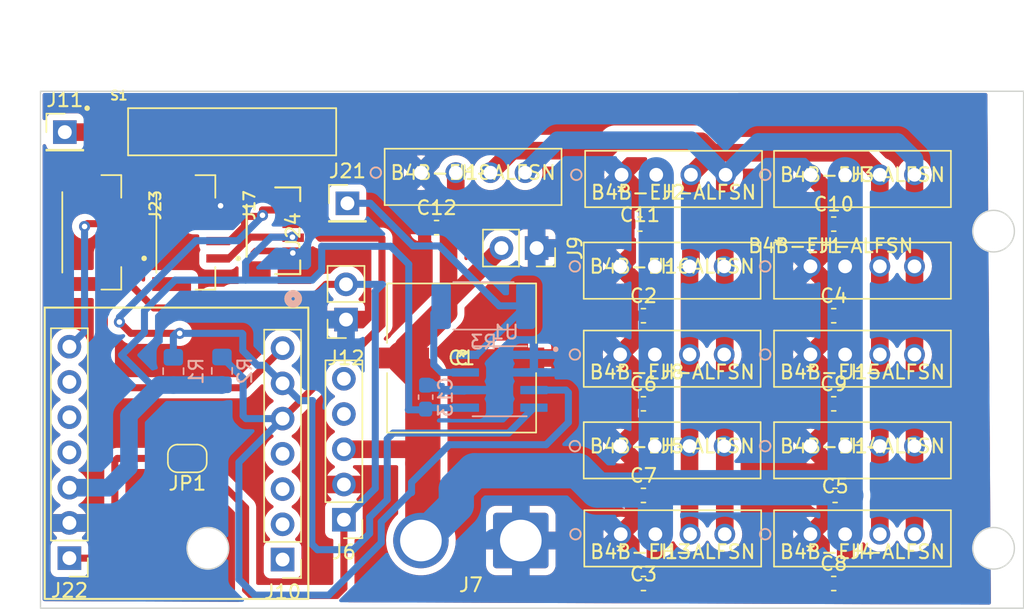
<source format=kicad_pcb>
(kicad_pcb
	(version 20240108)
	(generator "pcbnew")
	(generator_version "8.0")
	(general
		(thickness 1.6)
		(legacy_teardrops no)
	)
	(paper "A4")
	(layers
		(0 "F.Cu" signal)
		(31 "B.Cu" signal)
		(32 "B.Adhes" user "B.Adhesive")
		(33 "F.Adhes" user "F.Adhesive")
		(34 "B.Paste" user)
		(35 "F.Paste" user)
		(36 "B.SilkS" user "B.Silkscreen")
		(37 "F.SilkS" user "F.Silkscreen")
		(38 "B.Mask" user)
		(39 "F.Mask" user)
		(40 "Dwgs.User" user "User.Drawings")
		(41 "Cmts.User" user "User.Comments")
		(42 "Eco1.User" user "User.Eco1")
		(43 "Eco2.User" user "User.Eco2")
		(44 "Edge.Cuts" user)
		(45 "Margin" user)
		(46 "B.CrtYd" user "B.Courtyard")
		(47 "F.CrtYd" user "F.Courtyard")
		(48 "B.Fab" user)
		(49 "F.Fab" user)
		(50 "User.1" user)
		(51 "User.2" user)
		(52 "User.3" user)
		(53 "User.4" user)
		(54 "User.5" user)
		(55 "User.6" user)
		(56 "User.7" user)
		(57 "User.8" user)
		(58 "User.9" user)
	)
	(setup
		(stackup
			(layer "F.SilkS"
				(type "Top Silk Screen")
			)
			(layer "F.Paste"
				(type "Top Solder Paste")
			)
			(layer "F.Mask"
				(type "Top Solder Mask")
				(thickness 0.01)
			)
			(layer "F.Cu"
				(type "copper")
				(thickness 0.035)
			)
			(layer "dielectric 1"
				(type "core")
				(thickness 1.51)
				(material "FR4")
				(epsilon_r 4.5)
				(loss_tangent 0.02)
			)
			(layer "B.Cu"
				(type "copper")
				(thickness 0.035)
			)
			(layer "B.Mask"
				(type "Bottom Solder Mask")
				(thickness 0.01)
			)
			(layer "B.Paste"
				(type "Bottom Solder Paste")
			)
			(layer "B.SilkS"
				(type "Bottom Silk Screen")
			)
			(copper_finish "None")
			(dielectric_constraints no)
		)
		(pad_to_mask_clearance 0)
		(allow_soldermask_bridges_in_footprints no)
		(pcbplotparams
			(layerselection 0x00010fc_ffffffff)
			(plot_on_all_layers_selection 0x0000000_00000000)
			(disableapertmacros no)
			(usegerberextensions no)
			(usegerberattributes yes)
			(usegerberadvancedattributes yes)
			(creategerberjobfile yes)
			(dashed_line_dash_ratio 12.000000)
			(dashed_line_gap_ratio 3.000000)
			(svgprecision 6)
			(plotframeref no)
			(viasonmask no)
			(mode 1)
			(useauxorigin no)
			(hpglpennumber 1)
			(hpglpenspeed 20)
			(hpglpendiameter 15.000000)
			(pdf_front_fp_property_popups yes)
			(pdf_back_fp_property_popups yes)
			(dxfpolygonmode yes)
			(dxfimperialunits yes)
			(dxfusepcbnewfont yes)
			(psnegative no)
			(psa4output no)
			(plotreference yes)
			(plotvalue yes)
			(plotfptext yes)
			(plotinvisibletext no)
			(sketchpadsonfab no)
			(subtractmaskfromsilk no)
			(outputformat 1)
			(mirror no)
			(drillshape 1)
			(scaleselection 1)
			(outputdirectory "")
		)
	)
	(net 0 "")
	(net 1 "GND")
	(net 2 "+12V")
	(net 3 "+5V")
	(net 4 "unconnected-(J6-Pin_4-Pad4)")
	(net 5 "unconnected-(J6-Pin_5-Pad5)")
	(net 6 "Net-(J1-Pad3)")
	(net 7 "Net-(J1-Pad4)")
	(net 8 "+3.3V")
	(net 9 "unconnected-(J10-Pin_1-Pad1)")
	(net 10 "unconnected-(J10-Pin_2-Pad2)")
	(net 11 "unconnected-(J10-Pin_3-Pad3)")
	(net 12 "unconnected-(J10-Pin_4-Pad4)")
	(net 13 "/SDA")
	(net 14 "/SCL")
	(net 15 "/Tx")
	(net 16 "Net-(J11-Pin_1)")
	(net 17 "Net-(J17-SHIELD-PadS1)")
	(net 18 "/+Batt")
	(net 19 "Net-(J22-Pin_1)")
	(net 20 "unconnected-(J22-Pin_4-Pad4)")
	(net 21 "unconnected-(J22-Pin_5-Pad5)")
	(net 22 "unconnected-(J22-Pin_6-Pad6)")
	(net 23 "/Rx")
	(net 24 "Net-(J23-SHIELD-PadS1)")
	(net 25 "Net-(U1-VIN-)")
	(footprint "Connector_PinHeader_2.54mm:PinHeader_1x07_P2.54mm_Vertical" (layer "F.Cu") (at 121.0818 113.2332 180))
	(footprint "footprints:B4B-EH-ALFSN" (layer "F.Cu") (at 160.822 111.506))
	(footprint "footprints:B4B-EH-ALFSN" (layer "F.Cu") (at 160.782 92.202))
	(footprint "Capacitor_SMD:C_0603_1608Metric_Pad1.08x0.95mm_HandSolder" (layer "F.Cu") (at 176.1755 95.758))
	(footprint "Connector_PinHeader_2.54mm:PinHeader_1x07_P2.54mm_Vertical" (layer "F.Cu") (at 136.4488 113.3348 180))
	(footprint "footprints:B4B-EH-ALFSN" (layer "F.Cu") (at 174.498 111.506))
	(footprint "Connector_PinHeader_2.54mm:PinHeader_1x01_P2.54mm_Vertical" (layer "F.Cu") (at 141.1224 87.6554))
	(footprint "footprints:CONN_BM04B-SRSS-TB_SPK" (layer "F.Cu") (at 135.7892 89.6352 90))
	(footprint "Connector_PinSocket_2.54mm:PinSocket_1x02_P2.54mm_Vertical" (layer "F.Cu") (at 154.7622 90.8812 -90))
	(footprint "Capacitor_SMD:C_0603_1608Metric_Pad1.08x0.95mm_HandSolder" (layer "F.Cu") (at 162.4595 102.108))
	(footprint "Connector_PinHeader_2.54mm:PinHeader_1x05_P2.54mm_Vertical" (layer "F.Cu") (at 140.8684 110.4646 180))
	(footprint "Capacitor_SMD:C_0603_1608Metric_Pad1.08x0.95mm_HandSolder" (layer "F.Cu") (at 176.1755 115.062))
	(footprint "Capacitor_SMD:C_0603_1608Metric_Pad1.08x0.95mm_HandSolder" (layer "F.Cu") (at 176.276 108.712))
	(footprint "Jumper:SolderJumper-2_P1.3mm_Open_RoundedPad1.0x1.5mm" (layer "F.Cu") (at 129.5804 106.045 180))
	(footprint "Capacitor_SMD:C_0603_1608Metric_Pad1.08x0.95mm_HandSolder" (layer "F.Cu") (at 147.5486 89.408))
	(footprint "Capacitor_SMD:C_0603_1608Metric_Pad1.08x0.95mm_HandSolder" (layer "F.Cu") (at 162.4595 95.758))
	(footprint "footprints:B4B-EH-ALFSN" (layer "F.Cu") (at 174.498 92.202))
	(footprint "footprints:B4B-EH-ALFSN" (layer "F.Cu") (at 160.782 105.156))
	(footprint "BM04B-GHS-TBT_LF__SN__N_:JST_BM04B-GHS-TBT(LF)(SN)(N)" (layer "F.Cu") (at 121.6688 89.7482 -90))
	(footprint "Capacitor_SMD:C_0603_1608Metric_Pad1.08x0.95mm_HandSolder" (layer "F.Cu") (at 162.4595 115.062))
	(footprint "footprints:B4B-EH-ALFSN" (layer "F.Cu") (at 174.498 98.552))
	(footprint "Connector_PinHeader_2.54mm:PinHeader_1x01_P2.54mm_Vertical" (layer "F.Cu") (at 120.7516 82.5246))
	(footprint "50THV100M10X10-5:50THV100M10X10.5" (layer "F.Cu") (at 149.352 98.806 180))
	(footprint "footprints:B4B-EH-ALFSN"
		(layer "F.Cu")
		(uuid "a25ff7e4-4a5a-4458-b989-4bbfa2f15149")
		(at 160.782 98.552)
		(property "Reference" "J8"
			(at 3.75 1.27 0)
			(layer "F.SilkS")
			(uuid "dccca832-9a29-45ad-ae6e-c77cfc7e6618")
			(effects
				(font
					(size 1 1)
					(thickness 0.15)
				)
			)
		)
		(property "Value" "B4B-EH-ALFSN"
			(at 3.75 1.27 0)
			(layer "F.SilkS")
			(uuid "d315e5a6-798a-4fb7-b0e0-ac3cf147df74")
			(effects
				(font
					(size 1 1)
					(thickness 0.15)
				)
			)
		)
		(property "Footprint" "footprints:B4B-EH-ALFSN"
			(at 0 0 0)
			(layer "F.Fab")
			(hide yes)
			(uuid "ab1f9e1a-4f07-4dae-98d1-eaead415481c")
			(effects
				(font
					(size 1.27 1.27)
					(thickness 0.15)
				)
			)
		)
		(property "Datasheet" ""
			(at 0 0 0)
			(layer "F.Fab")
			(hide yes)
			(uuid "033bf58e-2b90-487e-a500-cfba351b45e3")
			(effects
				(font
					(size 1.27 1.27)
					(thickness 0.15)
				)
			)
		)
		(property "Description" ""
			(at 0 0 0)
			(layer "F.Fab")
			(hide yes)
			(uuid "326a4a46-7cac-4f93-9c28-9c87e0e5c862")
			(effects
				(font
					(size 1.27 1.27)
					(thickness 0.15)
				)
			)
		)
		(property ki_fp_filters "CONN_B4B-EH-A_JST")
		(path "/12829628-6e0b-401b-bfbb-a6e0571b0c42")
		(sheetname "Root")
		(sheetfile "turtle_board.kicad_sch")
		(attr through_hole)
		(fp_circle
			(center -3.2604 0)
			(end -2.8794 0)
			(stroke
				(width 0.12)
				(type solid)
			)
			(fill none)
			(layer "B.SilkS")
			(uuid "27a32b00-9a9c-4f2e-a7d0-b9c8b5dc34e9")
		)
		(fp_line
			(start -2.6254 -1.727)
			(end -2.6254 2.337)
			(stroke
				(width 0.12)
				(type solid)
			)
			(layer "F.SilkS")
			(uuid "71f29002-258f-490b-a602-f5d82e86dc17")
		)
		(fp_line
			(start -2.6254 2.337)
			(end 10.1254 2.337)
			(stroke
				(width 0.12)
				(type solid)
			)
			(layer "F.SilkS")
			(uuid "2718c766-208b-458b-8a4a-f52ebccf00d7")
		)
		(fp_line
			(start 10.1254 -1.727)
			(end -2.6254 -1.727)
			(stroke
				(width 0.12)
				(type solid)
			)
			(layer "F.SilkS")
			(uuid "74d8dbd1-2870-46f6-bcd6-a69001cba5f3")
		)
		(fp_line
			(start 10.1254 2.337)
			(end 10.1254 -1.727)
			(stroke
				(width 0.12)
				(type solid)
			)
			(layer "F.SilkS")
			(uuid "2d4a5521-d0b1-43e8-8e33-720699ed1ce3")
		)
		(fp_circle
			(center -3.2604 0)
			(end -2.8794 0)
			(stroke
				(width 0.12)
				(type solid)
			)
			(fill none)
			(layer "F.SilkS")
			(uuid "4ce90f65-5d3e-433f-92e2-aa738bd8de24")
		)
		(fp_line
			(start -11.7694 -1.854)
			(end -11.5154 -1.854)
			(stroke
				(width 0.1)
				(type solid)
			)
			(layer "Cmts.User")
			(uuid "a87b6aca-5358-455c-b86e-4a22ec5dc69d")
		)
		(fp_line
			(start -11.7694 0.254)
			(end -11.5154 0.254)
			(stroke
				(width 0.1)
				(type solid)
			)
			(layer "Cmts.User")
			(uuid "740d841b-4195-440c-bb04-287d6e3b65bd")
		)
		(fp_line
			(start -11.6424 -1.6)
			(end -11.7694 -1.854)
			(stroke
				(width 0.1)
				(type solid)
			)
			(layer "Cmts.User")
			(uuid "5f2f89c3-1961-44e0-96bb-9a5713895f98")
		)
		(fp_line
			(start -11.6424 -1.6)
			(end -11.6424 -2.87)
			(stroke
				(width 0.1)
				(type solid)
			)
			(layer "Cmts.User")
			(uuid "4b5619ca-9a6b-46f1-908f-f63033282624")
		)
		(fp_line
			(start -11.6424 -1.6)
			(end -11.5154 -1.854)
			(stroke
				(width 0.1)
				(type solid)
			)
			(layer "Cmts.User")
			(uuid "3bbe4800-043d-4102-b2cf-4f5f15236ece")
		)
		(fp_line
			(start -11.6424 0)
			(end -11.7694 0.254)
			(stroke
				(width 0.1)
				(type solid)
			)
			(layer "Cmts.User")
			(uuid "662ffa32-7d1f-44c1-b311-03186c44c26f")
		)
		(fp_line
			(start -11.6424 0)
			(end -11.6424 1.27)
			(stroke
				(width 0.1)
				(type solid)
			)
			(layer "Cmts.User")
			(uuid "abfddc7c-c600-4817-bbcd-3116f607de60")
		)
		(fp_line
			(start -11.6424 0)
			(end -11.5154 0.254)
			(stroke
				(width 0.1)
				(type solid)
			)
			(layer "Cmts.User")
			(uuid "d4e74b2f-caaf-499a-8002-14f7083842c5")
		)
		(fp_line
			(start -10.4994 -1.346)
			(end -10.2454 -1.346)
			(stroke
				(width 0.1)
				(type solid)
			)
			(layer "Cmts.User")
			(uuid "938f1d1c-f70b-46c3-955a-a423cc6eca44")
		)
		(fp_line
			(start -10.4994 1.956)
			(end -10.2454 1.956)
			(stroke
				(width 0.1)
				(type solid)
			)
			(layer "Cmts.User")
			(uuid "796c437c-a7f1-4fff-b6b2-0908826bb759")
		)
		(fp_line
			(start -10.3724 -1.6)
			(end -10.4994 -1.346)
			(stroke
				(width 0.1)
				(type solid)
			)
			(layer "Cmts.User")
			(uuid "cbae6d7d-c2fb-49eb-b724-e0f4efa37d1f")
		)
		(fp_line
			(start -10.3724 -1.6)
			(end -10.3724 2.21)
			(stroke
				(width 0.1)
				(type solid)
			)
			(layer "Cmts.User")
			(uuid "9f8ae43a-83a1-40da-bffb-0558ace54ad7")
		)
		(fp_line
			(start -10.3724 -1.6)
			(end -10.2454 -1.346)
			(stroke
				(width 0.1)
				(type solid)
			)
			(layer "Cmts.User")
			(uuid "5805f9d1-75bf-4c2b-887d-d4373386114e")
		)
		(fp_line
			(start -10.3724 2.21)
			(end -10.4994 1.956)
			(stroke
				(width 0.1)
				(type solid)
			)
			(layer "Cmts.User")
			(uuid "a2699fec-944b-471b-9650-31e08491a0d1")
		)
		(fp_line
			(start -10.3724 2.21)
			(end -10.2454 1.956)
			(stroke
				(width 0.1)
				(type solid)
			)
			(layer "Cmts.User")
			(uuid "af44a223-afdd-43c9-8729-2d4c53a75e6a")
		)
		(fp_line
			(start -2.4984 -12.014)
			(end -2.2444 -12.141)
			(stroke
				(width 0.1)
				(type solid)
			)
			(layer "Cmts.User")
			(uuid "89eb40f0-2577-49fa-9557-db67a7796414")
		)
		(fp_line
			(start -2.4984 -12.014)
			(end -2.2444 -11.887)
			(stroke
				(width 0.1)
				(type solid)
			)
			(layer "Cmts.User")
			(uuid "492e6347-5195-4709-9662-10f38d604b53")
		)
		(fp_line
			(start -2.4984 -12.014)
			(end 9.9984 -12.014)
			(stroke
				(width 0.1)
				(type solid)
			)
			(layer "Cmts.User")
			(uuid "59a02298-22c7-4b93-add9-407855b1a28f")
		)
		(fp_line
			(start -2.4984 -1.6)
			(end -12.0234 -1.6)
			(stroke
				(width 0.1)
				(type solid)
			)
			(layer "Cmts.User")
			(uuid "446bb1cd-0501-45c9-a6ad-b9b1b46194ae")
		)
		(fp_line
			(start -2.4984 -1.6)
			(end -10.7534 -1.6)
			(stroke
				(width 0.1)
				(type solid)
			)
			(layer "Cmts.User")
			(uuid "b5fe2692-b49c-4d6a-b9a8-037213693e22")
		)
		(fp_line
			(start -2.4984 -1.6)
			(end -2.4984 -12.395)
			(stroke
				(width 0.1)
				(type solid)
			)
			(layer "Cmts.User")
			(uuid "3281af86-6f1b-464a-905e-33bbccc8a22f")
		)
		(fp_line
			(start -2.4984 2.21)
			(end -10.7534 2.21)
			(stroke
				(width 0.1)
				(type solid)
			)
			(layer "Cmts.User")
			(uuid "a70a037e-29d4-4f26-924b-e5cb519422ce")
		)
		(fp_line
			(start -2.2444 -12.141)
			(end -2.2444 -11.887)
			(stroke
				(width 0.1)
				(ty
... [390381 chars truncated]
</source>
